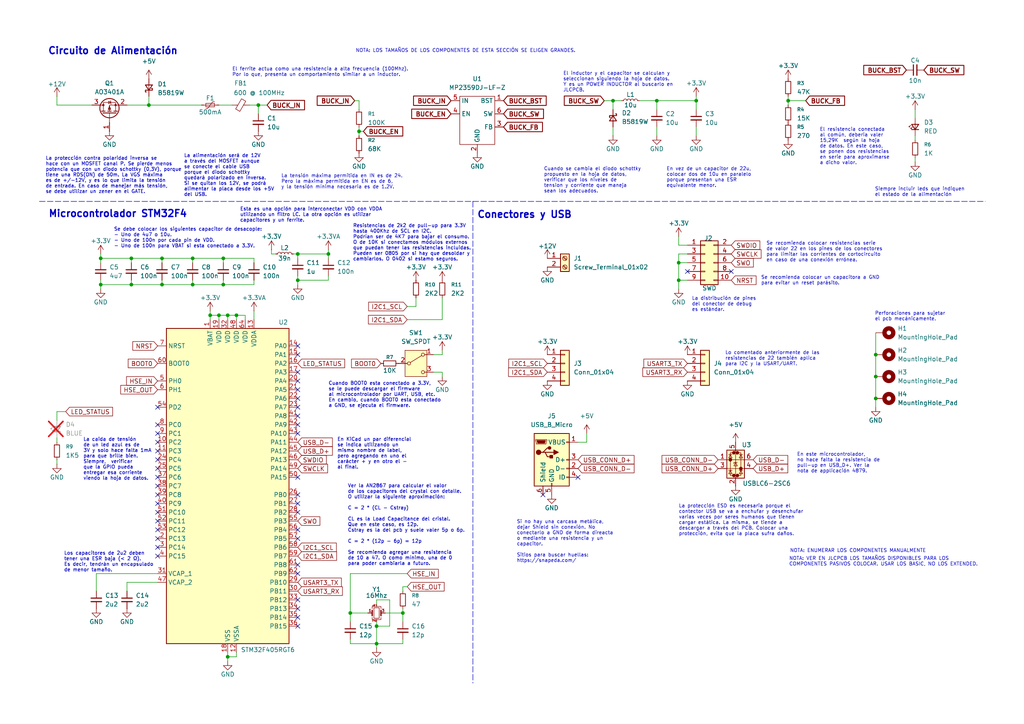
<source format=kicad_sch>
(kicad_sch (version 20250114) (generator "eeschema") (generator_version "9.0")
  (paper "A4")
  (title_block (title "STM32F4 + USB + Buck Converter Test Board") (date "2025-04-17") (rev "1.0") (company "Ing. Andrés Chaparro"))
  (text "En este microcontrolador,\nno hace falta la resistencia de\npull-up en USB_D+. Ver la\nnota de applicación 4879." (at 231.14 131.318 0) (effects (font (size 1 1) (thickness 0.125)) (justify left top)))
  (text "En KiCad un par diferencial\nse indica utilizando un\nmismo nombre de label,\npero agregando en uno el\ncarácter + y en otro el -\nal final." (at 97.79 127 0) (effects (font (size 1 1)) (justify left top)))
  (text "Resistencias de 2k2 de pull-up para 3.3V\nhasta 400Khz de SCL en I2C.\nPodrían ser de 4K7 para bajar el consumo.\nO de 10K si conectamos módulos externos\nque puedan tener las resistencias incluidas.\nPueden ser 0805 por si hay que desoldar y\ncambiarlos. O 0402 si estamo seguros." (at 102.362 65.024 0) (effects (font (size 1 1)) (justify left top)))
  (text "Se recomienda colocar resistencias serie\nde valor 22 en los pines de los conectores\npara limitar las corrientes de cortocircuito\nen caso de una conexión errónea." (at 222.25 70.104 0) (effects (font (size 1 1) (thickness 0.125)) (justify left top)))
  (text "La protección contra polaridad inversa se\nhace con un MOSFET canal P. Se pierde menos\npotencia que con un diodo schottky (0,3V), porque\ntiene una RDS(ON) de 50m. La VGS máxima\nes de +/-12V, y es lo que limita la tensión\nde entrada. En caso de manejar más tensión,\nse debe utilizar un zener en el GATE." (at 13.208 45.466 0) (effects (font (size 1 1)) (justify left top)))
  (text "La tensión máxima permitida en IN es de 24.\nPero la máxima permitida en EN es de 6,\ny la tensión mínima necesaria es de 1.2V." (at 81.534 50.546 0) (effects (font (size 1 1) (thickness 0.125)) (justify left top)))
  (text "Los capacitores de 2u2 deben\ntener una ESR baja (< 2 Ω).\nEs decir, tendrán un encapsulado\nde menor tamaño." (at 18.542 160.02 0) (effects (font (size 1 1)) (justify left top)))
  (text "NOTA: LOS TAMAÑOS DE LOS COMPONENTES DE ESTA SECCIÓN SE ELIGEN GRANDES." (at 103.124 14.224 0) (effects (font (size 1 1) (thickness 0.125)) (justify left top)))
  (text "Se recomienda colocar un capacitora a GND\npara evitar un reset parásito." (at 220.726 80.01 0) (effects (font (size 1 1) (thickness 0.125)) (justify left top)))
  (text "Esta es una opción para interconectar VDD con VDDA\nutilizando un filtro LC. La otra opción es utilizar\ncapacitores y un ferrite." (at 69.596 60.198 0) (effects (font (size 1 1)) (justify left top)))
  (text "Cuando BOOT0 esta conectado a 3.3V,\nse le puede descargar el firmware \nal microcontrolador por UART, USB, etc.\nEn cambio, cuando BOOT0 esta conectado \na GND, se ejecuta el firmware." (at 95.25 110.744 0) (effects (font (size 1 1)) (justify left top)))
  (text "La alimentación será de 12V \na través del MOSFET aunque \nse conecte el cable USB\nporque el diodo schottky \nquedará polarizado en inversa. \nSi se quitan los 12V, se podrá\nalimentar la placa desde los +5V\ndel USB." (at 53.34 44.704 0) (effects (font (size 1 1)) (justify left top)))
  (text "Ver la AN2867 para calcular el valor\nde los capacitores del crystal con detalle.\nO utilizar la siguiente aproximación:\n\nC = 2 * (CL - Cstray)\n\nCL es la Load Capacitance del cristal.\nQue en este caso, es 12p.\nCstray es la del pcb y suele valer 5p o 6p.\n\nC = 2 * (12p - 6p) = 12p\n\nSe recomienda agregar una resistencia\nde 10 a 47. O como mínimo, una de 0 \npara poder cambiarla a futuro." (at 100.838 140.462 0) (effects (font (size 1 1)) (justify left top)))
  (text "Perforaciones para sujetar\nel pcb mecánicamente." (at 253.746 90.424 0) (effects (font (size 1 1) (thickness 0.125)) (justify left top)))
  (text "El resistencia conectada\nal común, deberia valer\n15,29K  según la hoja\nde datos. En este caso,\nse ponen dos resistencias\nen serie para aproximarse\na dicho valor." (at 237.744 37.084 0) (effects (font (size 1 1) (thickness 0.125)) (justify left top)))
  (text "La protección ESD es necesaria porque el\ncontector USB se va a enchufar y desenchufar\nvarias veces por seres humanos que tienen\ncargar estática. La misma, se tiende a\ndescargar a través del PCB. Colocar una\nprotección, evita que la placa sufra daños." (at 196.85 146.304 0) (effects (font (size 1 1) (thickness 0.125)) (justify left top)))
  (text "NOTA: ENUMERAR LOS COMPONENTES MANUALMENTE" (at 229.108 159.258 0) (effects (font (size 1 1) (thickness 0.125)) (justify left top)))
  (text "Se debe colocar los siguientes capacitor de desacople:\n- Uno de 4u7 o 10u.\n- Uno de 100n por cada pin de VDD.\n- Uno de 100n para VBAT si esta conectado a 3.3V." (at 33.02 66.04 0) (effects (font (size 1 1)) (justify left top)))
  (text "La distribución de pines\ndel conector de debug\nes estándar." (at 200.66 86.106 0) (effects (font (size 1 1) (thickness 0.125)) (justify left top)))
  (text "Lo comentado anteriormente de las\nresistencias de 22 también aplica\npara I2C y la USART/UART." (at 210.312 101.854 0) (effects (font (size 1 1) (thickness 0.125)) (justify left top)))
  (text "Conectores y USB" (at 152.146 61.214 0) (effects (font (size 2 2) (thickness 0.4) (bold yes)) (justify top)))
  (text "NOTA: VER EN JLCPCB LOS TAMAÑOS DISPONIBLES PARA LOS\nCOMPONENTES PASIVOS COLOCAR. USAR LOS BASIC, NO LOS EXTENDED." (at 228.854 161.544 0) (effects (font (size 1 1) (thickness 0.125)) (justify left top)))
  (text "Cuando se cambia el diodo schottky\npropuesto en la hoja de datos,\nverificar que los niveles de\ntension y corriente que maneja\nsean los adecuados." (at 157.734 48.514 0) (effects (font (size 1 1) (thickness 0.125)) (justify left top)))
  (text "La caida de tensión \nde un led azul es de\n3V y solo hace falta 1mA\npara que brille bien. \nSiempre,  verificar \nque la GPIO pueda \nentregar esa corriente\nviendo la hoja de datos." (at 24.13 127 0) (effects (font (size 1 1)) (justify left top)))
  (text "El inductor y el capacitor se calculan y\nseleccionan siguiendo la hoja de datos.\nY es un POWER INDUCTOR al buscarlo en\nJLCPCB." (at 163.322 20.828 0) (effects (font (size 1 1) (thickness 0.125)) (justify left top)))
  (text "Siempre incluir leds que indiquen\nel estado de la alimentación" (at 253.746 54.356 0) (effects (font (size 1 1) (thickness 0.125)) (justify left top)))
  (text "Circuito de Alimentación" (at 32.766 13.716 0) (effects (font (size 2 2) (thickness 0.4) (bold yes)) (justify top)))
  (text "El ferrite actua como una resistencia a alta frecuencia (100Mhz).\nPor lo que, presenta un comportamiento similar a un inductor." (at 67.31 19.558 0) (effects (font (size 1 1) (thickness 0.125)) (justify left top)))
  (text "En vez de un capacitor de 22u,\ncolocar dos de 10u en paralelo\nporque presentan una ESR \nequivalente menor." (at 193.294 48.514 0) (effects (font (size 1 1) (thickness 0.125)) (justify left top)))
  (text "Microcontrolador STM32F4" (at 13.97 60.96 0) (effects (font (size 2 2) (thickness 0.4) (bold yes)) (justify left top)))
  (text "Si no hay una carcasa metálica,\ndejar Shield sin conexión. No\nconectarlo a GND de forma direacta\no mediante una resistencia y un\ncapacitor.\n\nSitios para buscar huellas:\nhttps://snapeda.com/" (at 149.86 150.876 0) (effects (font (size 1 1) (thickness 0.125)) (justify left top)))
  (junction (at 109.22 181.61))
  (junction (at 196.85 76.2))
  (junction (at 104.14 38.1))
  (junction (at 254 102.87))
  (junction (at 201.93 29.21))
  (junction (at 254 115.57))
  (junction (at 64.77 82.55))
  (junction (at 190.5 29.21))
  (junction (at 43.18 30.48))
  (junction (at 116.84 177.8))
  (junction (at 101.6 177.8))
  (junction (at 29.21 74.93))
  (junction (at 177.8 29.21))
  (junction (at 228.6 29.21))
  (junction (at 55.88 74.93))
  (junction (at 66.04 91.44))
  (junction (at 60.96 91.44))
  (junction (at 38.1 74.93))
  (junction (at 86.36 73.66))
  (junction (at 46.99 74.93))
  (junction (at 55.88 82.55))
  (junction (at 64.77 74.93))
  (junction (at 109.22 186.69))
  (junction (at 95.25 73.66))
  (junction (at 63.5 91.44))
  (junction (at 86.36 81.28))
  (junction (at 74.93 30.48))
  (junction (at 46.99 82.55))
  (junction (at 38.1 82.55))
  (junction (at 66.04 190.5))
  (junction (at 29.21 82.55))
  (junction (at 254 109.22))
  (junction (at 196.85 81.28))
  (junction (at 68.58 91.44))
  (no_connect (at 86.36 148.59))
  (no_connect (at 86.36 110.49))
  (no_connect (at 45.72 158.75))
  (no_connect (at 86.36 156.21))
  (no_connect (at 86.36 176.53))
  (no_connect (at 45.72 125.73))
  (no_connect (at 199.39 78.74))
  (no_connect (at 86.36 143.51))
  (no_connect (at 45.72 148.59))
  (no_connect (at 86.36 179.07))
  (no_connect (at 45.72 118.11))
  (no_connect (at 45.72 133.35))
  (no_connect (at 86.36 113.03))
  (no_connect (at 86.36 153.67))
  (no_connect (at 86.36 181.61))
  (no_connect (at 157.48 143.51))
  (no_connect (at 167.64 138.43))
  (no_connect (at 212.09 78.74))
  (no_connect (at 45.72 130.81))
  (no_connect (at 86.36 138.43))
  (no_connect (at 45.72 135.89))
  (no_connect (at 45.72 151.13))
  (no_connect (at 45.72 123.19))
  (no_connect (at 45.72 138.43))
  (no_connect (at 86.36 120.65))
  (no_connect (at 86.36 102.87))
  (no_connect (at 45.72 140.97))
  (no_connect (at 86.36 173.99))
  (no_connect (at 45.72 146.05))
  (no_connect (at 45.72 153.67))
  (no_connect (at 86.36 163.83))
  (no_connect (at 45.72 161.29))
  (no_connect (at 45.72 156.21))
  (no_connect (at 86.36 100.33))
  (no_connect (at 86.36 118.11))
  (no_connect (at 86.36 125.73))
  (no_connect (at 86.36 115.57))
  (no_connect (at 86.36 123.19))
  (no_connect (at 45.72 143.51))
  (no_connect (at 86.36 146.05))
  (no_connect (at 86.36 166.37))
  (no_connect (at 86.36 107.95))
  (no_connect (at 45.72 128.27))
  (wire (pts (xy 196.85 73.66) (xy 196.85 76.2)))
  (wire (pts (xy 196.85 76.2) (xy 196.85 81.28)))
  (wire (pts (xy 128.27 107.95) (xy 128.27 109.22)))
  (wire (pts (xy 55.88 74.93) (xy 55.88 76.2)))
  (wire (pts (xy 60.96 90.17) (xy 60.96 91.44)))
  (wire (pts (xy 55.88 82.55) (xy 55.88 81.28)))
  (wire (pts (xy 68.58 91.44) (xy 68.58 92.71)))
  (wire (pts (xy 29.21 82.55) (xy 29.21 81.28)))
  (wire (pts (xy 38.1 82.55) (xy 38.1 81.28)))
  (wire (pts (xy 60.96 91.44) (xy 60.96 92.71)))
  (wire (pts (xy 265.43 39.37) (xy 265.43 40.64)))
  (wire (pts (xy 46.99 74.93) (xy 55.88 74.93)))
  (wire (pts (xy 199.39 71.12) (xy 196.85 71.12)))
  (wire (pts (xy 73.66 82.55) (xy 73.66 81.28)))
  (wire (pts (xy 228.6 29.21) (xy 233.68 29.21)))
  (wire (pts (xy 74.93 30.48) (xy 77.47 30.48)))
  (wire (pts (xy 228.6 27.94) (xy 228.6 29.21)))
  (wire (pts (xy 170.18 128.27) (xy 167.64 128.27)))
  (wire (pts (xy 78.74 72.39) (xy 78.74 73.66)))
  (wire (pts (xy 101.6 180.34) (xy 101.6 177.8)))
  (wire (pts (xy 63.5 91.44) (xy 66.04 91.44)))
  (wire (pts (xy 101.6 186.69) (xy 109.22 186.69)))
  (polyline (pts (xy 11.43 58.42) (xy 137.16 58.42)) (stroke (width 0) (type dash)))
  (wire (pts (xy 46.99 82.55) (xy 46.99 81.28)))
  (wire (pts (xy 177.8 29.21) (xy 177.8 31.75)))
  (wire (pts (xy 16.51 27.94) (xy 16.51 30.48)))
  (wire (pts (xy 228.6 29.21) (xy 228.6 30.48)))
  (wire (pts (xy 66.04 91.44) (xy 66.04 92.71)))
  (wire (pts (xy 86.36 81.28) (xy 86.36 82.55)))
  (wire (pts (xy 95.25 73.66) (xy 95.25 74.93)))
  (wire (pts (xy 128.27 102.87) (xy 128.27 101.6)))
  (wire (pts (xy 190.5 29.21) (xy 190.5 31.75)))
  (wire (pts (xy 46.99 74.93) (xy 46.99 76.2)))
  (wire (pts (xy 170.18 128.27) (xy 170.18 125.73)))
  (wire (pts (xy 190.5 29.21) (xy 201.93 29.21)))
  (wire (pts (xy 104.14 38.1) (xy 105.41 38.1)))
  (wire (pts (xy 19.05 119.38) (xy 16.51 119.38)))
  (wire (pts (xy 86.36 74.93) (xy 86.36 73.66)))
  (wire (pts (xy 104.14 38.1) (xy 104.14 39.37)))
  (wire (pts (xy 254 109.22) (xy 254 115.57)))
  (wire (pts (xy 95.25 72.39) (xy 95.25 73.66)))
  (wire (pts (xy 177.8 36.83) (xy 177.8 39.37)))
  (wire (pts (xy 109.22 181.61) (xy 109.22 186.69)))
  (wire (pts (xy 265.43 46.99) (xy 265.43 45.72)))
  (wire (pts (xy 73.66 74.93) (xy 73.66 76.2)))
  (wire (pts (xy 16.51 119.38) (xy 16.51 121.92)))
  (wire (pts (xy 74.93 30.48) (xy 74.93 33.02)))
  (wire (pts (xy 16.51 127) (xy 16.51 128.27)))
  (wire (pts (xy 16.51 30.48) (xy 26.67 30.48)))
  (wire (pts (xy 199.39 73.66) (xy 196.85 73.66)))
  (wire (pts (xy 29.21 82.55) (xy 38.1 82.55)))
  (wire (pts (xy 71.12 91.44) (xy 71.12 92.71)))
  (wire (pts (xy 254 102.87) (xy 254 109.22)))
  (wire (pts (xy 29.21 73.66) (xy 29.21 74.93)))
  (wire (pts (xy 177.8 29.21) (xy 180.34 29.21)))
  (wire (pts (xy 45.72 168.91) (xy 36.83 168.91)))
  (wire (pts (xy 104.14 36.83) (xy 104.14 38.1)))
  (wire (pts (xy 68.58 91.44) (xy 71.12 91.44)))
  (wire (pts (xy 201.93 29.21) (xy 201.93 31.75)))
  (wire (pts (xy 29.21 74.93) (xy 29.21 76.2)))
  (wire (pts (xy 118.11 88.9) (xy 120.65 88.9)))
  (wire (pts (xy 118.11 170.18) (xy 116.84 170.18)))
  (polyline (pts (xy 137.16 58.42) (xy 285.75 58.42)) (stroke (width 0) (type dash)))
  (wire (pts (xy 101.6 166.37) (xy 101.6 177.8)))
  (wire (pts (xy 116.84 176.53) (xy 116.84 177.8)))
  (wire (pts (xy 95.25 81.28) (xy 95.25 80.01)))
  (wire (pts (xy 45.72 166.37) (xy 27.94 166.37)))
  (wire (pts (xy 55.88 74.93) (xy 64.77 74.93)))
  (wire (pts (xy 63.5 30.48) (xy 67.31 30.48)))
  (wire (pts (xy 190.5 36.83) (xy 190.5 39.37)))
  (wire (pts (xy 113.03 173.99) (xy 113.03 181.61)))
  (wire (pts (xy 27.94 166.37) (xy 27.94 171.45)))
  (wire (pts (xy 185.42 29.21) (xy 190.5 29.21)))
  (wire (pts (xy 38.1 74.93) (xy 38.1 76.2)))
  (wire (pts (xy 64.77 82.55) (xy 64.77 81.28)))
  (wire (pts (xy 254 96.52) (xy 254 102.87)))
  (wire (pts (xy 63.5 91.44) (xy 63.5 92.71)))
  (wire (pts (xy 196.85 76.2) (xy 199.39 76.2)))
  (wire (pts (xy 109.22 186.69) (xy 116.84 186.69)))
  (wire (pts (xy 46.99 82.55) (xy 55.88 82.55)))
  (wire (pts (xy 175.26 29.21) (xy 177.8 29.21)))
  (wire (pts (xy 36.83 30.48) (xy 43.18 30.48)))
  (wire (pts (xy 86.36 81.28) (xy 95.25 81.28)))
  (wire (pts (xy 66.04 189.23) (xy 66.04 190.5)))
  (wire (pts (xy 125.73 102.87) (xy 128.27 102.87)))
  (wire (pts (xy 118.11 92.71) (xy 128.27 92.71)))
  (wire (pts (xy 78.74 73.66) (xy 80.01 73.66)))
  (wire (pts (xy 116.84 170.18) (xy 116.84 171.45)))
  (wire (pts (xy 38.1 74.93) (xy 46.99 74.93)))
  (wire (pts (xy 16.51 134.62) (xy 16.51 133.35)))
  (wire (pts (xy 116.84 177.8) (xy 116.84 180.34)))
  (wire (pts (xy 72.39 30.48) (xy 74.93 30.48)))
  (wire (pts (xy 196.85 81.28) (xy 199.39 81.28)))
  (wire (pts (xy 66.04 91.44) (xy 68.58 91.44)))
  (wire (pts (xy 196.85 71.12) (xy 196.85 68.58)))
  (wire (pts (xy 109.22 175.26) (xy 109.22 173.99)))
  (wire (pts (xy 201.93 36.83) (xy 201.93 39.37)))
  (wire (pts (xy 85.09 73.66) (xy 86.36 73.66)))
  (wire (pts (xy 113.03 181.61) (xy 109.22 181.61)))
  (wire (pts (xy 64.77 74.93) (xy 73.66 74.93)))
  (wire (pts (xy 116.84 185.42) (xy 116.84 186.69)))
  (wire (pts (xy 109.22 186.69) (xy 109.22 187.96)))
  (wire (pts (xy 86.36 80.01) (xy 86.36 81.28)))
  (wire (pts (xy 201.93 27.94) (xy 201.93 29.21)))
  (wire (pts (xy 128.27 92.71) (xy 128.27 86.36)))
  (wire (pts (xy 102.87 29.21) (xy 104.14 29.21)))
  (wire (pts (xy 109.22 173.99) (xy 113.03 173.99)))
  (wire (pts (xy 66.04 190.5) (xy 68.58 190.5)))
  (wire (pts (xy 43.18 30.48) (xy 58.42 30.48)))
  (wire (pts (xy 68.58 189.23) (xy 68.58 190.5)))
  (wire (pts (xy 101.6 185.42) (xy 101.6 186.69)))
  (wire (pts (xy 86.36 73.66) (xy 95.25 73.66)))
  (wire (pts (xy 43.18 27.94) (xy 43.18 30.48)))
  (wire (pts (xy 118.11 166.37) (xy 101.6 166.37)))
  (wire (pts (xy 55.88 82.55) (xy 64.77 82.55)))
  (wire (pts (xy 254 115.57) (xy 254 118.11)))
  (wire (pts (xy 125.73 107.95) (xy 128.27 107.95)))
  (wire (pts (xy 120.65 88.9) (xy 120.65 86.36)))
  (wire (pts (xy 64.77 74.93) (xy 64.77 76.2)))
  (wire (pts (xy 111.76 177.8) (xy 116.84 177.8)))
  (wire (pts (xy 73.66 90.17) (xy 73.66 92.71)))
  (wire (pts (xy 109.22 180.34) (xy 109.22 181.61)))
  (polyline (pts (xy 137.16 58.42) (xy 137.16 198.12)) (stroke (width 0) (type dash)))
  (wire (pts (xy 265.43 31.75) (xy 265.43 34.29)))
  (wire (pts (xy 38.1 82.55) (xy 46.99 82.55)))
  (wire (pts (xy 104.14 29.21) (xy 104.14 31.75)))
  (wire (pts (xy 196.85 81.28) (xy 196.85 83.82)))
  (wire (pts (xy 29.21 74.93) (xy 38.1 74.93)))
  (wire (pts (xy 29.21 83.82) (xy 29.21 82.55)))
  (wire (pts (xy 66.04 190.5) (xy 66.04 191.77)))
  (wire (pts (xy 101.6 177.8) (xy 106.68 177.8)))
  (wire (pts (xy 60.96 91.44) (xy 63.5 91.44)))
  (wire (pts (xy 36.83 168.91) (xy 36.83 171.45)))
  (wire (pts (xy 64.77 82.55) (xy 73.66 82.55)))
  (global_label "I2C1_SCL" (shape input) (at 118.11 88.9 180) (property "Intersheetrefs" "${INTERSHEET_REFS}" (effects (hide yes))))
  (global_label "BUCK_EN" (shape input) (at 105.41 38.1 0) (effects (font (thickness 0.254) (bold yes))) (property "Intersheetrefs" "${INTERSHEET_REFS}" (effects (hide yes))))
  (global_label "SWDIO" (shape input) (at 86.36 133.35 0) (property "Intersheetrefs" "${INTERSHEET_REFS}" (effects (hide yes))))
  (global_label "LED_STATUS" (shape input) (at 86.36 105.41 0) (property "Intersheetrefs" "${INTERSHEET_REFS}" (effects (hide yes))))
  (global_label "USART3_RX" (shape input) (at 199.39 107.95 180) (property "Intersheetrefs" "${INTERSHEET_REFS}" (effects (hide yes))))
  (global_label "USB_D+" (shape input) (at 218.44 135.89 0) (property "Intersheetrefs" "${INTERSHEET_REFS}" (effects (hide yes))))
  (global_label "I2C1_SCL" (shape input) (at 86.36 158.75 0) (property "Intersheetrefs" "${INTERSHEET_REFS}" (effects (hide yes))))
  (global_label "USART3_TX" (shape input) (at 86.36 168.91 0) (property "Intersheetrefs" "${INTERSHEET_REFS}" (effects (hide yes))))
  (global_label "BUCK_EN" (shape input) (at 130.81 33.02 180) (effects (font (thickness 0.254) (bold yes))) (property "Intersheetrefs" "${INTERSHEET_REFS}" (effects (hide yes))))
  (global_label "NRST" (shape input) (at 212.09 81.28 0) (property "Intersheetrefs" "${INTERSHEET_REFS}" (effects (hide yes))))
  (global_label "BOOT0" (shape input) (at 110.49 105.41 180) (property "Intersheetrefs" "${INTERSHEET_REFS}" (effects (hide yes))))
  (global_label "BUCK_SW" (shape input) (at 146.05 33.02 0) (effects (font (thickness 0.254) (bold yes))) (property "Intersheetrefs" "${INTERSHEET_REFS}" (effects (hide yes))))
  (global_label "USB_CONN_D+" (shape input) (at 167.64 133.35 0) (property "Intersheetrefs" "${INTERSHEET_REFS}" (effects (hide yes))))
  (global_label "USART3_RX" (shape input) (at 86.36 171.45 0) (property "Intersheetrefs" "${INTERSHEET_REFS}" (effects (hide yes))))
  (global_label "USB_D-" (shape input) (at 86.36 128.27 0) (property "Intersheetrefs" "${INTERSHEET_REFS}" (effects (hide yes))))
  (global_label "BOOT0" (shape input) (at 45.72 105.41 180) (property "Intersheetrefs" "${INTERSHEET_REFS}" (effects (hide yes))))
  (global_label "USB_D+" (shape input) (at 86.36 130.81 0) (property "Intersheetrefs" "${INTERSHEET_REFS}" (effects (hide yes))))
  (global_label "BUCK_SW" (shape input) (at 267.97 20.32 0) (effects (font (thickness 0.254) (bold yes))) (property "Intersheetrefs" "${INTERSHEET_REFS}" (effects (hide yes))))
  (global_label "SWO" (shape input) (at 86.36 151.13 0) (property "Intersheetrefs" "${INTERSHEET_REFS}" (effects (hide yes))))
  (global_label "HSE_IN" (shape input) (at 45.72 110.49 180) (property "Intersheetrefs" "${INTERSHEET_REFS}" (effects (hide yes))))
  (global_label "BUCK_FB" (shape input) (at 233.68 29.21 0) (effects (font (thickness 0.254) (bold yes))) (property "Intersheetrefs" "${INTERSHEET_REFS}" (effects (hide yes))))
  (global_label "LED_STATUS" (shape input) (at 19.05 119.38 0) (property "Intersheetrefs" "${INTERSHEET_REFS}" (effects (hide yes))))
  (global_label "I2C1_SDA" (shape input) (at 118.11 92.71 180) (property "Intersheetrefs" "${INTERSHEET_REFS}" (effects (hide yes))))
  (global_label "BUCK_IN" (shape input) (at 130.81 29.21 180) (effects (font (thickness 0.254) (bold yes))) (property "Intersheetrefs" "${INTERSHEET_REFS}" (effects (hide yes))))
  (global_label "SWCLK" (shape input) (at 86.36 135.89 0) (property "Intersheetrefs" "${INTERSHEET_REFS}" (effects (hide yes))))
  (global_label "BUCK_FB" (shape input) (at 146.05 36.83 0) (effects (font (thickness 0.254) (bold yes))) (property "Intersheetrefs" "${INTERSHEET_REFS}" (effects (hide yes))))
  (global_label "BUCK_SW" (shape input) (at 175.26 29.21 180) (effects (font (thickness 0.254) (bold yes))) (property "Intersheetrefs" "${INTERSHEET_REFS}" (effects (hide yes))))
  (global_label "HSE_OUT" (shape input) (at 45.72 113.03 180) (property "Intersheetrefs" "${INTERSHEET_REFS}" (effects (hide yes))))
  (global_label "BUCK_IN" (shape input) (at 102.87 29.21 180) (effects (font (thickness 0.254) (bold yes))) (property "Intersheetrefs" "${INTERSHEET_REFS}" (effects (hide yes))))
  (global_label "HSE_IN" (shape input) (at 118.11 166.37 0) (property "Intersheetrefs" "${INTERSHEET_REFS}" (effects (hide yes))))
  (global_label "BUCK_BST" (shape input) (at 262.89 20.32 180) (effects (font (thickness 0.254) (bold yes))) (property "Intersheetrefs" "${INTERSHEET_REFS}" (effects (hide yes))))
  (global_label "USART3_TX" (shape input) (at 199.39 105.41 180) (property "Intersheetrefs" "${INTERSHEET_REFS}" (effects (hide yes))))
  (global_label "I2C1_SDA" (shape input) (at 158.75 107.95 180) (property "Intersheetrefs" "${INTERSHEET_REFS}" (effects (hide yes))))
  (global_label "NRST" (shape input) (at 45.72 100.33 180) (property "Intersheetrefs" "${INTERSHEET_REFS}" (effects (hide yes))))
  (global_label "I2C1_SCL" (shape input) (at 158.75 105.41 180) (property "Intersheetrefs" "${INTERSHEET_REFS}" (effects (hide yes))))
  (global_label "HSE_OUT" (shape input) (at 118.11 170.18 0) (property "Intersheetrefs" "${INTERSHEET_REFS}" (effects (hide yes))))
  (global_label "SWCLK" (shape input) (at 212.09 73.66 0) (property "Intersheetrefs" "${INTERSHEET_REFS}" (effects (hide yes))))
  (global_label "USB_CONN_D+" (shape input) (at 208.28 135.89 180) (property "Intersheetrefs" "${INTERSHEET_REFS}" (effects (hide yes))))
  (global_label "SWO" (shape input) (at 212.09 76.2 0) (property "Intersheetrefs" "${INTERSHEET_REFS}" (effects (hide yes))))
  (global_label "USB_CONN_D-" (shape input) (at 167.64 135.89 0) (property "Intersheetrefs" "${INTERSHEET_REFS}" (effects (hide yes))))
  (global_label "BUCK_BST" (shape input) (at 146.05 29.21 0) (effects (font (thickness 0.254) (bold yes))) (property "Intersheetrefs" "${INTERSHEET_REFS}" (effects (hide yes))))
  (global_label "USB_D-" (shape input) (at 218.44 133.35 0) (property "Intersheetrefs" "${INTERSHEET_REFS}" (effects (hide yes))))
  (global_label "SWDIO" (shape input) (at 212.09 71.12 0) (property "Intersheetrefs" "${INTERSHEET_REFS}" (effects (hide yes))))
  (global_label "I2C1_SDA" (shape input) (at 86.36 161.29 0) (property "Intersheetrefs" "${INTERSHEET_REFS}" (effects (hide yes))))
  (global_label "BUCK_IN" (shape input) (at 77.47 30.48 0) (effects (font (thickness 0.254) (bold yes))) (property "Intersheetrefs" "${INTERSHEET_REFS}" (effects (hide yes))))
  (global_label "USB_CONN_D-" (shape input) (at 208.28 133.35 180) (property "Intersheetrefs" "${INTERSHEET_REFS}" (effects (hide yes))))
  (symbol (lib_name "MP2359DJ-LF-Z_1") (lib_id "Buck_Converters:MP2359DJ-LF-Z") (at 138.43 33.02 0) (unit 1)
    (property "Reference" "U1" (at 138.43 22.86 0))
    (property "Value" "MP2359DJ-LF-Z" (at 138.43 25.4 0))
    (property "Footprint" "Package_TO_SOT_SMD:SOT-23-6" (effects (hide yes)))
    (property "JLCPCB Part #" "C14259" (effects (hide yes)))
  )
  (symbol (lib_id "Mechanical:MountingHole_Pad") (at 256.54 102.87 270) (unit 1) (in_bom no)
    (property "Reference" "H2" (at 260.35 101.5999 90) (effects (justify left)))
    (property "Value" "MountingHole_Pad" (at 260.35 104.1399 90) (effects (justify left)))
    (property "Footprint" "MountingHole:MountingHole_4.3mm_M4_Pad_Via" (effects (hide yes)))
    (property "Description" "Mounting Hole with connection" (effects (hide yes)))
  )
  (symbol (lib_id "Device:C_Small") (at 265.43 20.32 90) (unit 1)
    (property "Reference" "C4" (at 265.43 17.526 90))
    (property "Value" "10n" (at 265.43 23.368 90))
    (property "Footprint" "Capacitor_SMD:C_0603_1608Metric" (effects (hide yes)))
    (property "Description" "Unpolarized capacitor, small symbol" (effects (hide yes)))
    (property "JLCPCB Part #" "C57112" (effects (hide yes)))
  )
  (symbol (lib_id "power:GND") (at 104.14 44.45 0) (unit 1)
    (property "Reference" "#PWR019" (effects (hide yes)))
    (property "Value" "GND" (at 104.14 48.26 0))
    (property "Description" "Power symbol creates a global label with name \"GND\" , ground" (effects (hide yes)))
  )
  (symbol (lib_id "Device:C_Small") (at 95.25 77.47 0) (unit 1)
    (property "Reference" "C12" (at 97.79 76.2062 0) (effects (justify left)))
    (property "Value" "100n" (at 97.79 78.7462 0) (effects (justify left)))
    (property "Footprint" "Capacitor_SMD:C_0402_1005Metric" (effects (hide yes)))
    (property "Description" "Unpolarized capacitor, small symbol" (effects (hide yes)))
    (property "JLCPCB Part #" "C1525" (effects (hide yes)))
  )
  (symbol (lib_id "Mechanical:MountingHole_Pad") (at 256.54 96.52 270) (unit 1) (in_bom no)
    (property "Reference" "H1" (at 260.35 95.2499 90) (effects (justify left)))
    (property "Value" "MountingHole_Pad" (at 260.35 97.7899 90) (effects (justify left)))
    (property "Footprint" "MountingHole:MountingHole_4.3mm_M4_Pad_Via" (effects (hide yes)))
    (property "Description" "Mounting Hole with connection" (effects (hide yes)))
  )
  (symbol (lib_id "power:+3.3V") (at 128.27 101.6 0) (unit 1)
    (property "Reference" "#PWR013" (effects (hide yes)))
    (property "Value" "+3.3V" (at 128.27 97.79 0))
    (property "Description" "Power symbol creates a global label with name \"+3.3V\"" (effects (hide yes)))
  )
  (symbol (lib_id "Device:C_Small") (at 46.99 78.74 0) (unit 1)
    (property "Reference" "C7" (at 49.53 77.4762 0) (effects (justify left)))
    (property "Value" "100n" (at 49.53 80.0162 0) (effects (justify left)))
    (property "Footprint" "Capacitor_SMD:C_0402_1005Metric" (effects (hide yes)))
    (property "Description" "Unpolarized capacitor, small symbol" (effects (hide yes)))
    (property "JLCPCB Part #" "C1525" (effects (hide yes)))
  )
  (symbol (lib_id "Device:FerriteBead_Small") (at 69.85 30.48 90) (unit 1)
    (property "Reference" "FB1" (at 69.8119 24.13 90))
    (property "Value" "600 @ 100MHz" (at 75.184 26.924 90))
    (property "Footprint" "Inductor_SMD:L_0805_2012Metric" (effects (hide yes)))
    (property "Description" "Ferrite bead, small symbol" (effects (hide yes)))
    (property "JLCPCB Part #" "C1017" (effects (hide yes)))
  )
  (symbol (lib_id "MCU_ST_STM32F4:STM32F405RGTx") (at 66.04 140.97 0) (unit 1)
    (property "Reference" "U2" (at 80.772 93.472 0) (effects (justify left)))
    (property "Value" "STM32F405RGT6" (at 69.85 188.468 0) (effects (justify left)))
    (property "Footprint" "Package_QFP:LQFP-64_10x10mm_P0.5mm" (effects (hide yes)))
    (property "Datasheet" "https://www.st.com/resource/en/datasheet/stm32f405rg.pdf" (effects (hide yes)))
    (property "Description" "STMicroelectronics Arm Cortex-M4 MCU, 1024KB flash, 192KB RAM, 168 MHz, 1.8-3.6V, 51 GPIO, LQFP64" (effects (hide yes)))
    (property "JLCPCB Part #" "C15742" (effects (hide yes)))
  )
  (symbol (lib_id "Device:C_Small") (at 55.88 78.74 0) (unit 1)
    (property "Reference" "C8" (at 58.42 77.4762 0) (effects (justify left)))
    (property "Value" "100n" (at 58.42 80.0162 0) (effects (justify left)))
    (property "Footprint" "Capacitor_SMD:C_0402_1005Metric" (effects (hide yes)))
    (property "Description" "Unpolarized capacitor, small symbol" (effects (hide yes)))
    (property "JLCPCB Part #" "C1525" (effects (hide yes)))
  )
  (symbol (lib_id "Device:R_Small") (at 120.65 83.82 0) (unit 1)
    (property "Reference" "R10" (at 123.19 82.5499 0) (effects (font (size 1.016 1.016)) (justify left)))
    (property "Value" "2K2" (at 123.19 85.0899 0) (effects (justify left)))
    (property "Footprint" "Resistor_SMD:R_0402_1005Metric" (effects (hide yes)))
    (property "Description" "Resistor, small symbol" (effects (hide yes)))
    (property "JLCPCB Part #" "C4190" (effects (hide yes)))
  )
  (symbol (lib_id "Device:R_Small") (at 228.6 38.1 0) (unit 1)
    (property "Reference" "R5" (at 231.14 36.8299 0) (effects (font (size 1.016 1.016)) (justify left)))
    (property "Value" "270" (at 231.14 39.3699 0) (effects (justify left)))
    (property "Footprint" "Resistor_SMD:R_0603_1608Metric" (effects (hide yes)))
    (property "Description" "Resistor, small symbol" (effects (hide yes)))
    (property "JLCPCB Part #" "C22966" (effects (hide yes)))
  )
  (symbol (lib_id "power:+3.3V") (at 29.21 73.66 0) (unit 1)
    (property "Reference" "#PWR03" (effects (hide yes)))
    (property "Value" "+3.3V" (at 29.21 69.85 0))
    (property "Description" "Power symbol creates a global label with name \"+3.3V\"" (effects (hide yes)))
  )
  (symbol (lib_id "Device:R_Small") (at 128.27 83.82 0) (unit 1)
    (property "Reference" "R11" (at 130.81 82.5499 0) (effects (font (size 1.016 1.016)) (justify left)))
    (property "Value" "2K2" (at 130.81 85.0899 0) (effects (justify left)))
    (property "Footprint" "Resistor_SMD:R_0402_1005Metric" (effects (hide yes)))
    (property "Description" "Resistor, small symbol" (effects (hide yes)))
    (property "JLCPCB Part #" "C4190" (effects (hide yes)))
  )
  (symbol (lib_id "power:+3.3V") (at 199.39 102.87 0) (unit 1)
    (property "Reference" "#PWR034" (effects (hide yes)))
    (property "Value" "+3.3V" (at 199.39 99.06 0))
    (property "Description" "Power symbol creates a global label with name \"+3.3V\"" (effects (hide yes)))
  )
  (symbol (lib_id "Device:R_Small") (at 16.51 130.81 0) (unit 1)
    (property "Reference" "R9" (at 19.05 129.5399 0) (effects (font (size 1.016 1.016)) (justify left)))
    (property "Value" "1K5" (at 19.05 132.0799 0) (effects (justify left)))
    (property "Footprint" "Resistor_SMD:R_0603_1608Metric" (effects (hide yes)))
    (property "Description" "Resistor, small symbol" (effects (hide yes)))
    (property "JLCPCB Part #" "C22843" (effects (hide yes)))
  )
  (symbol (lib_id "power:GND") (at 36.83 176.53 0) (unit 1)
    (property "Reference" "#PWR05" (effects (hide yes)))
    (property "Value" "GND" (at 36.83 180.34 0))
    (property "Description" "Power symbol creates a global label with name \"GND\" , ground" (effects (hide yes)))
  )
  (symbol (lib_id "power:GND") (at 228.6 40.64 0) (unit 1)
    (property "Reference" "#PWR025" (effects (hide yes)))
    (property "Value" "GND" (at 228.6 44.45 0))
    (property "Description" "Power symbol creates a global label with name \"GND\" , ground" (effects (hide yes)))
  )
  (symbol (lib_id "Device:R_Small") (at 265.43 43.18 0) (unit 1)
    (property "Reference" "R6" (at 267.97 41.9099 0) (effects (font (size 1.016 1.016)) (justify left)))
    (property "Value" "1K" (at 267.97 44.4499 0) (effects (justify left)))
    (property "Footprint" "Resistor_SMD:R_0603_1608Metric" (effects (hide yes)))
    (property "Description" "Resistor, small symbol" (effects (hide yes)))
    (property "JLCPCB Part #" "C21190" (effects (hide yes)))
  )
  (symbol (lib_id "power:GND") (at 16.51 134.62 0) (unit 1)
    (property "Reference" "#PWR01" (effects (hide yes)))
    (property "Value" "GND" (at 16.51 138.43 0))
    (property "Description" "Power symbol creates a global label with name \"GND\" , ground" (effects (hide yes)))
  )
  (symbol (lib_id "power:+3.3V") (at 78.74 72.39 0) (unit 1)
    (property "Reference" "#PWR09" (effects (hide yes)))
    (property "Value" "+3.3V" (at 78.74 68.58 0))
    (property "Description" "Power symbol creates a global label with name \"+3.3V\"" (effects (hide yes)))
  )
  (symbol (lib_id "Device:R_Small") (at 104.14 41.91 0) (unit 1)
    (property "Reference" "R2" (at 106.68 40.6399 0) (effects (font (size 1.016 1.016)) (justify left)))
    (property "Value" "68K" (at 106.68 43.1799 0) (effects (justify left)))
    (property "Footprint" "Resistor_SMD:R_0603_1608Metric" (effects (hide yes)))
    (property "Description" "Resistor, small symbol" (effects (hide yes)))
    (property "JLCPCB Part #" "C23231" (effects (hide yes)))
  )
  (symbol (lib_id "Device:C_Small") (at 64.77 78.74 0) (unit 1)
    (property "Reference" "C9" (at 67.31 77.4762 0) (effects (justify left)))
    (property "Value" "100n" (at 67.31 80.0162 0) (effects (justify left)))
    (property "Footprint" "Capacitor_SMD:C_0402_1005Metric" (effects (hide yes)))
    (property "Description" "Unpolarized capacitor, small symbol" (effects (hide yes)))
    (property "JLCPCB Part #" "C1525" (effects (hide yes)))
  )
  (symbol (lib_id "Device:R_Small") (at 104.14 34.29 0) (unit 1)
    (property "Reference" "R1" (at 106.68 33.0199 0) (effects (font (size 1.016 1.016)) (justify left)))
    (property "Value" "100K" (at 106.68 35.5599 0) (effects (justify left)))
    (property "Footprint" "Resistor_SMD:R_0603_1608Metric" (effects (hide yes)))
    (property "Description" "Resistor, small symbol" (effects (hide yes)))
    (property "JLCPCB Part #" "C25803" (effects (hide yes)))
  )
  (symbol (lib_id "Device:C_Small") (at 74.93 35.56 0) (unit 1)
    (property "Reference" "C1" (at 77.47 34.2962 0) (effects (justify left)))
    (property "Value" "10u" (at 77.47 36.8362 0) (effects (justify left)))
    (property "Footprint" "Capacitor_SMD:C_1206_3216Metric" (effects (hide yes)))
    (property "Description" "Unpolarized capacitor, small symbol" (effects (hide yes)))
    (property "JLCPCB Part #" "C13585" (effects (hide yes)))
  )
  (symbol (lib_id "power:GND") (at 160.02 143.51 0) (unit 1)
    (property "Reference" "#PWR036" (effects (hide yes)))
    (property "Value" "GND" (at 160.02 147.32 0))
    (property "Description" "Power symbol creates a global label with name \"GND\" , ground" (effects (hide yes)))
  )
  (symbol (lib_id "Device:C_Small") (at 29.21 78.74 0) (unit 1)
    (property "Reference" "C5" (at 31.75 77.4762 0) (effects (justify left)))
    (property "Value" "4u7" (at 31.75 80.0162 0) (effects (justify left)))
    (property "Footprint" "Capacitor_SMD:C_0603_1608Metric" (effects (hide yes)))
    (property "Description" "Unpolarized capacitor, small symbol" (effects (hide yes)))
    (property "JLCPCB Part #" "C19666 " (effects (hide yes)))
  )
  (symbol (lib_id "Connector:USB_B_Micro") (at 160.02 133.35 0) (unit 1)
    (property "Reference" "J5" (at 160.02 120.65 0))
    (property "Value" "USB_B_Micro" (at 160.02 123.19 0))
    (property "Footprint" "USB_Connectors:USB_B_Micro" (effects (hide yes)))
    (property "Description" "USB Micro Type B connector" (effects (hide yes)))
  )
  (symbol (lib_id "power:GND") (at 265.43 46.99 0) (unit 1)
    (property "Reference" "#PWR041" (effects (hide yes)))
    (property "Value" "GND" (at 265.43 50.8 0))
    (property "Description" "Power symbol creates a global label with name \"GND\" , ground" (effects (hide yes)))
  )
  (symbol (lib_id "Device:C_Small") (at 86.36 77.47 0) (unit 1)
    (property "Reference" "C11" (at 88.9 76.2062 0) (effects (justify left)))
    (property "Value" "1u" (at 88.9 78.7462 0) (effects (justify left)))
    (property "Footprint" "Capacitor_SMD:C_0402_1005Metric" (effects (hide yes)))
    (property "Description" "Unpolarized capacitor, small symbol" (effects (hide yes)))
    (property "JLCPCB Part #" "C52923" (effects (hide yes)))
  )
  (symbol (lib_id "Device:L_Small") (at 182.88 29.21 90) (unit 1)
    (property "Reference" "L1" (at 182.88 27.432 90))
    (property "Value" "10u" (at 182.88 30.48 90))
    (property "Footprint" "Inductor_SMD:L_Sunlord_MWSA0518S" (effects (hide yes)))
    (property "Description" "Inductor, small symbol" (effects (hide yes)))
    (property "JLCPCB Part #" "C139506" (effects (hide yes)))
  )
  (symbol (lib_id "Connector:Screw_Terminal_01x02") (at 163.83 74.93 0) (unit 1)
    (property "Reference" "J1" (at 166.37 74.9299 0) (effects (justify left)))
    (property "Value" "Screw_Terminal_01x02" (at 166.37 77.4699 0) (effects (justify left)))
    (property "Footprint" "TerminalBlock_Phoenix:TerminalBlock_Phoenix_PT-1,5-2-3.5-H_1x02_P3.50mm_Horizontal" (effects (hide yes)))
    (property "Description" "Generic screw terminal, single row, 01x02, script generated (kicad-library-utils/schlib/autogen/connector/)" (effects (hide yes)))
  )
  (symbol (lib_id "Device:C_Small") (at 101.6 182.88 0) (unit 1)
    (property "Reference" "C15" (at 104.14 181.6162 0) (effects (justify left)))
    (property "Value" "12p" (at 104.14 184.1562 0) (effects (justify left)))
    (property "Footprint" "Capacitor_SMD:C_0402_1005Metric" (effects (hide yes)))
    (property "Description" "Unpolarized capacitor, small symbol" (effects (hide yes)))
    (property "JLCPCB Part #" "C1547" (effects (hide yes)))
  )
  (symbol (lib_id "Mechanical:MountingHole_Pad") (at 256.54 115.57 270) (unit 1) (in_bom no)
    (property "Reference" "H4" (at 260.35 114.2999 90) (effects (justify left)))
    (property "Value" "MountingHole_Pad" (at 260.35 116.8399 90) (effects (justify left)))
    (property "Footprint" "MountingHole:MountingHole_4.3mm_M4_Pad_Via" (effects (hide yes)))
    (property "Description" "Mounting Hole with connection" (effects (hide yes)))
  )
  (symbol (lib_id "Device:Polyfuse_Small") (at 60.96 30.48 90) (unit 1)
    (property "Reference" "F1" (at 60.96 28.448 90))
    (property "Value" "500mA" (at 60.96 32.512 90))
    (property "Footprint" "Fuse:Fuse_1206_3216Metric" (effects (hide yes)))
    (property "Description" "Resettable fuse, polymeric positive temperature coefficient, small symbol" (effects (hide yes)))
    (property "JLCPCB Part #" "C369159" (effects (hide yes)))
  )
  (symbol (lib_id "power:GND") (at 158.75 77.47 0) (unit 1)
    (property "Reference" "#PWR026" (effects (hide yes)))
    (property "Value" "GND" (at 158.75 81.28 0))
    (property "Description" "Power symbol creates a global label with name \"GND\" , ground" (effects (hide yes)))
  )
  (symbol (lib_id "power:+3.3VA") (at 95.25 72.39 0) (unit 1)
    (property "Reference" "#PWR011" (effects (hide yes)))
    (property "Value" "+3.3VA" (at 95.25 68.58 0))
    (property "Description" "Power symbol creates a global label with name \"+3.3VA\"" (effects (hide yes)))
  )
  (symbol (lib_id "power:GND") (at 31.75 38.1 0) (unit 1)
    (property "Reference" "#PWR017" (effects (hide yes)))
    (property "Value" "GND" (at 31.75 41.91 0))
    (property "Description" "Power symbol creates a global label with name \"GND\" , ground" (effects (hide yes)))
  )
  (symbol (lib_id "Connector_Generic:Conn_01x04") (at 204.47 105.41 0) (unit 1)
    (property "Reference" "J4" (at 207.01 105.4099 0) (effects (justify left)))
    (property "Value" "Conn_01x04" (at 207.01 107.9499 0) (effects (justify left)))
    (property "Footprint" "Connector_Molex:Molex_PicoBlade_53048-0410_1x04_P1.25mm_Horizontal" (effects (hide yes)))
    (property "Description" "Generic connector, single row, 01x04, script generated (kicad-library-utils/schlib/autogen/connector/)" (effects (hide yes)))
  )
  (symbol (lib_id "power:GND") (at 177.8 39.37 0) (unit 1)
    (property "Reference" "#PWR020" (effects (hide yes)))
    (property "Value" "GND" (at 177.8 43.18 0))
    (property "Description" "Power symbol creates a global label with name \"GND\" , ground" (effects (hide yes)))
  )
  (symbol (lib_id "Device:R_Small") (at 116.84 173.99 0) (unit 1)
    (property "Reference" "R8" (at 119.38 172.7199 0) (effects (font (size 1.016 1.016)) (justify left)))
    (property "Value" "47" (at 119.38 175.2599 0) (effects (justify left)))
    (property "Footprint" "Resistor_SMD:R_0402_1005Metric" (effects (hide yes)))
    (property "Description" "Resistor, small symbol" (effects (hide yes)))
    (property "JLCPCB Part #" "C25118" (effects (hide yes)))
  )
  (symbol (lib_id "power:+3.3V") (at 228.6 22.86 0) (unit 1)
    (property "Reference" "#PWR024" (effects (hide yes)))
    (property "Value" "+3.3V" (at 228.6 19.05 0))
    (property "Description" "Power symbol creates a global label with name \"+3.3V\"" (effects (hide yes)))
  )
  (symbol (lib_id "Device:C_Small") (at 38.1 78.74 0) (unit 1)
    (property "Reference" "C6" (at 40.64 77.4762 0) (effects (justify left)))
    (property "Value" "100n" (at 40.64 80.0162 0) (effects (justify left)))
    (property "Footprint" "Capacitor_SMD:C_0402_1005Metric" (effects (hide yes)))
    (property "Description" "Unpolarized capacitor, small symbol" (effects (hide yes)))
    (property "JLCPCB Part #" "C1525" (effects (hide yes)))
  )
  (symbol (lib_id "power:GND") (at 29.21 83.82 0) (unit 1)
    (property "Reference" "#PWR04" (effects (hide yes)))
    (property "Value" "GND" (at 29.21 87.63 0))
    (property "Description" "Power symbol creates a global label with name \"GND\" , ground" (effects (hide yes)))
  )
  (symbol (lib_id "power:+5V") (at 43.18 22.86 0) (unit 1)
    (property "Reference" "#PWR037" (effects (hide yes)))
    (property "Value" "+5V" (at 43.18 17.78 0))
    (property "Description" "Power symbol creates a global label with name \"+5V\"" (effects (hide yes)))
  )
  (symbol (lib_id "power:GND") (at 213.36 140.97 0) (unit 1)
    (property "Reference" "#PWR040" (effects (hide yes)))
    (property "Value" "GND" (at 213.36 144.78 0))
    (property "Description" "Power symbol creates a global label with name \"GND\" , ground" (effects (hide yes)))
  )
  (symbol (lib_id "power:GND") (at 201.93 39.37 0) (unit 1)
    (property "Reference" "#PWR022" (effects (hide yes)))
    (property "Value" "GND" (at 201.93 43.18 0))
    (property "Description" "Power symbol creates a global label with name \"GND\" , ground" (effects (hide yes)))
  )
  (symbol (lib_id "power:+3.3V") (at 201.93 27.94 0) (unit 1)
    (property "Reference" "#PWR023" (effects (hide yes)))
    (property "Value" "+3.3V" (at 201.93 24.13 0))
    (property "Description" "Power symbol creates a global label with name \"+3.3V\"" (effects (hide yes)))
  )
  (symbol (lib_id "power:GND") (at 196.85 83.82 0) (unit 1)
    (property "Reference" "#PWR029" (effects (hide yes)))
    (property "Value" "GND" (at 196.85 87.63 0))
    (property "Description" "Power symbol creates a global label with name \"GND\" , ground" (effects (hide yes)))
  )
  (symbol (lib_id "power:+5V") (at 170.18 125.73 0) (unit 1)
    (property "Reference" "#PWR038" (effects (hide yes)))
    (property "Value" "+5V" (at 170.18 120.65 0))
    (property "Description" "Power symbol creates a global label with name \"+5V\"" (effects (hide yes)))
  )
  (symbol (lib_id "Device:L_Small") (at 82.55 73.66 90) (unit 1)
    (property "Reference" "L2" (at 82.55 71.882 90))
    (property "Value" "39n" (at 82.55 74.93 90))
    (property "Footprint" "Inductor_SMD:L_0402_1005Metric" (effects (hide yes)))
    (property "Description" "Inductor, small symbol" (effects (hide yes)))
    (property "JLCPCB Part #" "C26443" (effects (hide yes)))
  )
  (symbol (lib_id "power:+3.3V") (at 128.27 81.28 0) (unit 1)
    (property "Reference" "#PWR031" (effects (hide yes)))
    (property "Value" "+3.3V" (at 128.27 77.47 0))
    (property "Description" "Power symbol creates a global label with name \"+3.3V\"" (effects (hide yes)))
  )
  (symbol (lib_id "power:+12V") (at 16.51 27.94 0) (unit 1)
    (property "Reference" "#PWR016" (effects (hide yes)))
    (property "Value" "+12V" (at 16.51 24.384 0))
    (property "Description" "Power symbol creates a global label with name \"+12V\"" (effects (hide yes)))
  )
  (symbol (lib_id "Device:C_Small") (at 201.93 34.29 0) (unit 1)
    (property "Reference" "C3" (at 204.47 33.0262 0) (effects (justify left)))
    (property "Value" "10u" (at 204.47 35.5662 0) (effects (justify left)))
    (property "Footprint" "Capacitor_SMD:C_1206_3216Metric" (effects (hide yes)))
    (property "Description" "Unpolarized capacitor, small symbol" (effects (hide yes)))
    (property "JLCPCB Part #" "C13585" (effects (hide yes)))
  )
  (symbol (lib_id "Device:C_Small") (at 36.83 173.99 0) (unit 1)
    (property "Reference" "C14" (at 39.37 172.7262 0) (effects (justify left)))
    (property "Value" "2u2" (at 39.37 175.2662 0) (effects (justify left)))
    (property "Footprint" "Capacitor_SMD:C_0603_1608Metric" (effects (hide yes)))
    (property "Description" "Unpolarized capacitor, small symbol" (effects (hide yes)))
    (property "JLCPCB Part #" "C15195 " (effects (hide yes)))
  )
  (symbol (lib_id "Device:R_Small") (at 228.6 25.4 0) (unit 1)
    (property "Reference" "R3" (at 231.14 24.1299 0) (effects (font (size 1.016 1.016)) (justify left)))
    (property "Value" "47K" (at 231.14 26.6699 0) (effects (justify left)))
    (property "Footprint" "Resistor_SMD:R_0603_1608Metric" (effects (hide yes)))
    (property "Description" "Resistor, small symbol" (effects (hide yes)))
    (property "JLCPCB Part #" "C25819" (effects (hide yes)))
  )
  (symbol (lib_id "power:GND") (at 158.75 110.49 0) (unit 1)
    (property "Reference" "#PWR033" (effects (hide yes)))
    (property "Value" "GND" (at 158.75 114.3 0))
    (property "Description" "Power symbol creates a global label with name \"GND\" , ground" (effects (hide yes)))
  )
  (symbol (lib_id "Device:C_Small") (at 27.94 173.99 0) (unit 1)
    (property "Reference" "C13" (at 30.48 172.7262 0) (effects (justify left)))
    (property "Value" "2u2" (at 30.48 175.2662 0) (effects (justify left)))
    (property "Footprint" "Capacitor_SMD:C_0603_1608Metric" (effects (hide yes)))
    (property "Description" "Unpolarized capacitor, small symbol" (effects (hide yes)))
    (property "JLCPCB Part #" "C15195 " (effects (hide yes)))
  )
  (symbol (lib_id "power:GND") (at 86.36 82.55 0) (unit 1)
    (property "Reference" "#PWR010" (effects (hide yes)))
    (property "Value" "GND" (at 86.36 86.36 0))
    (property "Description" "Power symbol creates a global label with name \"GND\" , ground" (effects (hide yes)))
  )
  (symbol (lib_id "power:GND") (at 138.43 44.45 0) (unit 1)
    (property "Reference" "#PWR015" (effects (hide yes)))
    (property "Value" "GND" (at 138.43 48.26 0))
    (property "Description" "Power symbol creates a global label with name \"GND\" , ground" (effects (hide yes)))
  )
  (symbol (lib_id "Device:R_Small") (at 113.03 105.41 90) (unit 1)
    (property "Reference" "R7" (at 113.03 103.632 90) (effects (font (size 1.016 1.016))))
    (property "Value" "10K" (at 113.03 107.442 90))
    (property "Footprint" "Resistor_SMD:R_0402_1005Metric" (effects (hide yes)))
    (property "Description" "Resistor, small symbol" (effects (hide yes)))
    (property "JLCPCB Part #" "C25744" (effects (hide yes)))
  )
  (symbol (lib_id "power:GND") (at 74.93 38.1 0) (unit 1)
    (property "Reference" "#PWR018" (effects (hide yes)))
    (property "Value" "GND" (at 74.93 41.91 0))
    (property "Description" "Power symbol creates a global label with name \"GND\" , ground" (effects (hide yes)))
  )
  (symbol (lib_id "power:+5V") (at 213.36 128.27 0) (unit 1)
    (property "Reference" "#PWR039" (effects (hide yes)))
    (property "Value" "+5V" (at 213.36 123.19 0))
    (property "Description" "Power symbol creates a global label with name \"+5V\"" (effects (hide yes)))
  )
  (symbol (lib_id "Device:LED_Small") (at 16.51 124.46 90) (unit 1) (dnp yes)
    (property "Reference" "D4" (at 19.05 123.1264 90) (effects (justify right)))
    (property "Value" "BLUE" (at 19.05 125.6664 90) (effects (justify right)))
    (property "Footprint" "LED_SMD:LED_0603_1608Metric" (effects (hide yes)))
    (property "Description" "Light emitting diode, small symbol" (effects (hide yes)))
    (property "Sim.Pin" "1=K 2=A" (effects (hide yes)))
    (property "JLCPCB Part #" "C72041" (effects (hide yes)))
  )
  (symbol (lib_id "power:GND") (at 27.94 176.53 0) (unit 1)
    (property "Reference" "#PWR02" (effects (hide yes)))
    (property "Value" "GND" (at 27.94 180.34 0))
    (property "Description" "Power symbol creates a global label with name \"GND\" , ground" (effects (hide yes)))
  )
  (symbol (lib_id "power:+12V") (at 158.75 74.93 0) (unit 1)
    (property "Reference" "#PWR027" (effects (hide yes)))
    (property "Value" "+12V" (at 158.75 71.374 0))
    (property "Description" "Power symbol creates a global label with name \"+12V\"" (effects (hide yes)))
  )
  (symbol (lib_id "power:+3.3V") (at 60.96 90.17 0) (unit 1)
    (property "Reference" "#PWR06" (effects (hide yes)))
    (property "Value" "+3.3V" (at 60.96 86.36 0))
    (property "Description" "Power symbol creates a global label with name \"+3.3V\"" (effects (hide yes)))
  )
  (symbol (lib_id "Device:R_Small") (at 228.6 33.02 0) (unit 1)
    (property "Reference" "R4" (at 231.14 31.7499 0) (effects (font (size 1.016 1.016)) (justify left)))
    (property "Value" "15K" (at 231.14 34.2899 0) (effects (justify left)))
    (property "Footprint" "Resistor_SMD:R_0603_1608Metric" (effects (hide yes)))
    (property "Description" "Resistor, small symbol" (effects (hide yes)))
    (property "JLCPCB Part #" "C22809" (effects (hide yes)))
  )
  (symbol (lib_id "Power_Protection:USBLC6-2SC6") (at 213.36 133.35 0) (unit 1)
    (property "Reference" "U3" (at 215.138 129.032 0) (effects (justify left)))
    (property "Value" "USBLC6-2SC6" (at 215.392 140.208 0) (effects (justify left)))
    (property "Footprint" "Package_TO_SOT_SMD:SOT-23-6" (effects (hide yes)))
    (property "Datasheet" "https://www.st.com/resource/en/datasheet/usblc6-2.pdf" (effects (hide yes)))
    (property "Description" "Very low capacitance ESD protection diode, 2 data-line, SOT-23-6" (effects (hide yes)))
    (property "JLCPCB Part #" "C7519" (effects (hide yes)))
  )
  (symbol (lib_id "Device:LED_Small") (at 265.43 36.83 90) (unit 1)
    (property "Reference" "D3" (at 267.97 35.4964 90) (effects (justify right)))
    (property "Value" "RED" (at 267.97 38.0364 90) (effects (justify right)))
    (property "Footprint" "LED_SMD:LED_0603_1608Metric" (effects (hide yes)))
    (property "Description" "Light emitting diode, small symbol" (effects (hide yes)))
    (property "Sim.Pin" "1=K 2=A" (effects (hide yes)))
    (property "JLCPCB Part #" "C2286" (effects (hide yes)))
  )
  (symbol (lib_id "Device:D_Schottky_Small") (at 177.8 34.29 270) (unit 1)
    (property "Reference" "D2" (at 180.34 32.7659 90) (effects (justify left)))
    (property "Value" "B5819W" (at 180.34 35.3059 90) (effects (justify left)))
    (property "Footprint" "Diode_SMD:D_SOD-123" (effects (hide yes)))
    (property "Description" "Schottky diode, small symbol" (effects (hide yes)))
    (property "JLCPCB Part #" "C8598" (effects (hide yes)))
  )
  (symbol (lib_id "power:GND") (at 128.27 109.22 0) (unit 1)
    (property "Reference" "#PWR014" (effects (hide yes)))
    (property "Value" "GND" (at 128.27 113.03 0))
    (property "Description" "Power symbol creates a global label with name \"GND\" , ground" (effects (hide yes)))
  )
  (symbol (lib_id "power:+3.3V") (at 265.43 31.75 0) (unit 1)
    (property "Reference" "#PWR042" (effects (hide yes)))
    (property "Value" "+3.3V" (at 265.43 27.94 0))
    (property "Description" "Power symbol creates a global label with name \"+3.3V\"" (effects (hide yes)))
  )
  (symbol (lib_id "power:+3.3VA") (at 73.66 90.17 0) (unit 1)
    (property "Reference" "#PWR08" (effects (hide yes)))
    (property "Value" "+3.3VA" (at 73.66 86.36 0))
    (property "Description" "Power symbol creates a global label with name \"+3.3VA\"" (effects (hide yes)))
  )
  (symbol (lib_id "power:GND") (at 199.39 110.49 0) (unit 1)
    (property "Reference" "#PWR035" (effects (hide yes)))
    (property "Value" "GND" (at 199.39 114.3 0))
    (property "Description" "Power symbol creates a global label with name \"GND\" , ground" (effects (hide yes)))
  )
  (symbol (lib_id "power:+3.3V") (at 158.75 102.87 0) (unit 1)
    (property "Reference" "#PWR032" (effects (hide yes)))
    (property "Value" "+3.3V" (at 158.75 99.06 0))
    (property "Description" "Power symbol creates a global label with name \"+3.3V\"" (effects (hide yes)))
  )
  (symbol (lib_id "Mechanical:MountingHole_Pad") (at 256.54 109.22 270) (unit 1) (in_bom no)
    (property "Reference" "H3" (at 260.35 107.9499 90) (effects (justify left)))
    (property "Value" "MountingHole_Pad" (at 260.35 110.4899 90) (effects (justify left)))
    (property "Footprint" "MountingHole:MountingHole_4.3mm_M4_Pad_Via" (effects (hide yes)))
    (property "Description" "Mounting Hole with connection" (effects (hide yes)))
  )
  (symbol (lib_id "power:+3.3V") (at 120.65 81.28 0) (unit 1)
    (property "Reference" "#PWR030" (effects (hide yes)))
    (property "Value" "+3.3V" (at 120.65 77.47 0))
    (property "Description" "Power symbol creates a global label with name \"+3.3V\"" (effects (hide yes)))
  )
  (symbol (lib_id "power:GND") (at 109.22 187.96 0) (unit 1)
    (property "Reference" "#PWR012" (effects (hide yes)))
    (property "Value" "GND" (at 109.22 191.77 0))
    (property "Description" "Power symbol creates a global label with name \"GND\" , ground" (effects (hide yes)))
  )
  (symbol (lib_id "Connector_Generic:Conn_02x05_Odd_Even") (at 204.47 76.2 0) (unit 1)
    (property "Reference" "J2" (at 205.486 69.088 0))
    (property "Value" "SWD" (at 205.74 83.566 0))
    (property "Footprint" "Connector_PinHeader_1.27mm:PinHeader_2x05_P1.27mm_Vertical_SMD" (effects (hide yes)))
    (property "Description" "Generic connector, double row, 02x05, odd/even pin numbering scheme (row 1 odd numbers, row 2 even numbers), script generated (kicad-library-utils/schlib/autogen/connector/)" (effects (hide yes)))
  )
  (symbol (lib_id "Device:D_Schottky_Small") (at 43.18 25.4 90) (unit 1)
    (property "Reference" "D1" (at 45.72 24.3839 90) (effects (justify right)))
    (property "Value" "B5819W" (at 45.72 26.9239 90) (effects (justify right)))
    (property "Footprint" "Diode_SMD:D_SOD-123" (effects (hide yes)))
    (property "Description" "Schottky diode, small symbol" (effects (hide yes)))
    (property "JLCPCB Part #" "C8598" (effects (hide yes)))
  )
  (symbol (lib_id "Connector_Generic:Conn_01x04") (at 163.83 105.41 0) (unit 1)
    (property "Reference" "J3" (at 166.37 105.4099 0) (effects (justify left)))
    (property "Value" "Conn_01x04" (at 166.37 107.9499 0) (effects (justify left)))
    (property "Footprint" "Connector_Molex:Molex_PicoBlade_53048-0410_1x04_P1.25mm_Horizontal" (effects (hide yes)))
    (property "Description" "Generic connector, single row, 01x04, script generated (kicad-library-utils/schlib/autogen/connector/)" (effects (hide yes)))
  )
  (symbol (lib_id "power:+3.3V") (at 196.85 68.58 0) (unit 1)
    (property "Reference" "#PWR028" (effects (hide yes)))
    (property "Value" "+3.3V" (at 196.85 64.77 0))
    (property "Description" "Power symbol creates a global label with name \"+3.3V\"" (effects (hide yes)))
  )
  (symbol (lib_id "Device:C_Small") (at 116.84 182.88 0) (unit 1)
    (property "Reference" "C16" (at 119.38 181.6162 0) (effects (justify left)))
    (property "Value" "12p" (at 119.38 184.1562 0) (effects (justify left)))
    (property "Footprint" "Capacitor_SMD:C_0402_1005Metric" (effects (hide yes)))
    (property "Description" "Unpolarized capacitor, small symbol" (effects (hide yes)))
    (property "JLCPCB Part #" "C1547" (effects (hide yes)))
  )
  (symbol (lib_id "Transistor_FET:AO3401A") (at 31.75 33.02 90) (unit 1)
    (property "Reference" "Q1" (at 31.75 24.13 90))
    (property "Value" "AO3401A" (at 31.75 26.67 90))
    (property "Footprint" "Package_TO_SOT_SMD:SOT-23" (effects (hide yes)))
    (property "Datasheet" "http://www.aosmd.com/pdfs/datasheet/AO3401A.pdf" (effects (hide yes)))
    (property "Description" "-4.0A Id, -30V Vds, P-Channel MOSFET, SOT-23" (effects (hide yes)))
    (property "JLCPCB Part #" "C15127" (effects (hide yes)))
  )
  (symbol (lib_id "power:GND") (at 66.04 191.77 0) (unit 1)
    (property "Reference" "#PWR07" (effects (hide yes)))
    (property "Value" "GND" (at 66.04 195.58 0))
    (property "Description" "Power symbol creates a global label with name \"GND\" , ground" (effects (hide yes)))
  )
  (symbol (lib_id "Device:Crystal_GND24_Small") (at 109.22 177.8 0) (unit 1)
    (property "Reference" "Y1" (at 109.22 170.942 0))
    (property "Value" "16Mhz" (at 109.22 172.72 0))
    (property "Footprint" "Crystal:Crystal_SMD_3225-4Pin_3.2x2.5mm" (effects (hide yes)))
    (property "Description" "Four pin crystal, GND on pins 2 and 4, small symbol" (effects (hide yes)))
    (property "JLCPCB Part #" "C13738" (effects (hide yes)))
  )
  (symbol (lib_id "power:GND") (at 254 118.11 0) (unit 1)
    (property "Reference" "#PWR043" (effects (hide yes)))
    (property "Value" "GND" (at 254 121.92 0))
    (property "Description" "Power symbol creates a global label with name \"GND\" , ground" (effects (hide yes)))
  )
  (symbol (lib_id "Device:C_Small") (at 73.66 78.74 0) (unit 1)
    (property "Reference" "C10" (at 76.2 77.4762 0) (effects (justify left)))
    (property "Value" "100n" (at 76.2 80.0162 0) (effects (justify left)))
    (property "Footprint" "Capacitor_SMD:C_0402_1005Metric" (effects (hide yes)))
    (property "Description" "Unpolarized capacitor, small symbol" (effects (hide yes)))
    (property "JLCPCB Part #" "C1525" (effects (hide yes)))
  )
  (symbol (lib_id "Device:C_Small") (at 190.5 34.29 0) (unit 1)
    (property "Reference" "C2" (at 193.04 33.0262 0) (effects (justify left)))
    (property "Value" "10u" (at 193.04 35.5662 0) (effects (justify left)))
    (property "Footprint" "Capacitor_SMD:C_1206_3216Metric" (effects (hide yes)))
    (property "Description" "Unpolarized capacitor, small symbol" (effects (hide yes)))
    (property "JLCPCB Part #" "C13585" (effects (hide yes)))
  )
  (symbol (lib_id "power:GND") (at 190.5 39.37 0) (unit 1)
    (property "Reference" "#PWR021" (effects (hide yes)))
    (property "Value" "GND" (at 190.5 43.18 0))
    (property "Description" "Power symbol creates a global label with name \"GND\" , ground" (effects (hide yes)))
  )
  (symbol (lib_id "Switch:SW_SPDT") (at 120.65 105.41 0) (unit 1)
    (property "Reference" "SW1" (at 120.65 96.52 0))
    (property "Value" "SW_SPDT" (at 120.65 99.06 0))
    (property "Footprint" "Button_Switch_SMD:SW_SPDT_PCM12" (effects (hide yes)))
    (property "Description" "Switch, single pole double throw" (effects (hide yes)))
  )
)
</source>
